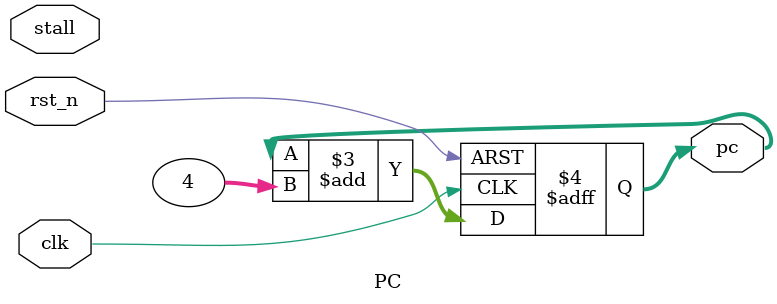
<source format=sv>
module PC(
    input rst_n,
    input clk,
    input stall,
    output reg [31:0] pc
);
    always @(posedge clk or negedge rst_n) begin
      if (!rst_n) begin
            pc <= 32'b0;
      end
      else begin
            pc <= pc + 4;
      end
    end
endmodule

</source>
